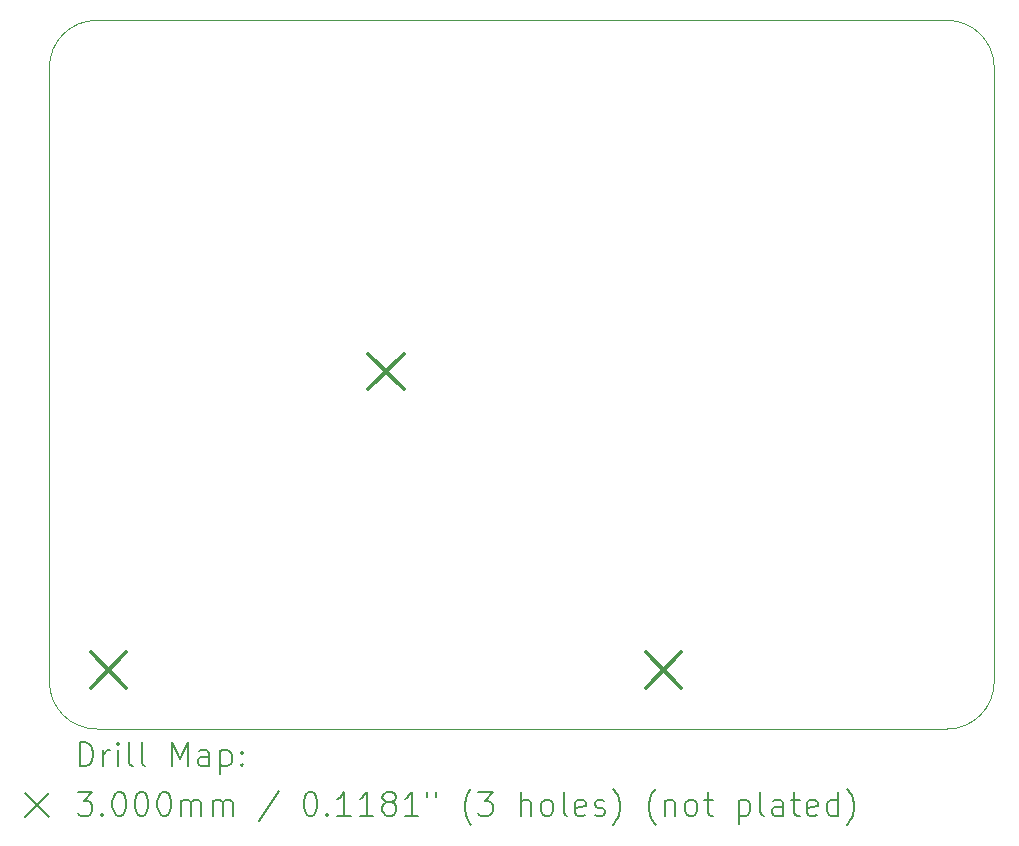
<source format=gbr>
%TF.GenerationSoftware,KiCad,Pcbnew,7.0.11-7.0.11~ubuntu22.04.1*%
%TF.CreationDate,2024-09-13T10:30:39+07:00*%
%TF.ProjectId,scale,7363616c-652e-46b6-9963-61645f706362,rev?*%
%TF.SameCoordinates,Original*%
%TF.FileFunction,Drillmap*%
%TF.FilePolarity,Positive*%
%FSLAX45Y45*%
G04 Gerber Fmt 4.5, Leading zero omitted, Abs format (unit mm)*
G04 Created by KiCad (PCBNEW 7.0.11-7.0.11~ubuntu22.04.1) date 2024-09-13 10:30:39*
%MOMM*%
%LPD*%
G01*
G04 APERTURE LIST*
%ADD10C,0.050000*%
%ADD11C,0.200000*%
%ADD12C,0.300000*%
G04 APERTURE END LIST*
D10*
X0Y-5600000D02*
X0Y-400000D01*
X0Y-5600000D02*
G75*
G03*
X400000Y-6000000I400000J0D01*
G01*
X7600000Y-6000000D02*
G75*
G03*
X8000000Y-5600000I0J400000D01*
G01*
X400000Y0D02*
X7600000Y0D01*
X8000000Y-400000D02*
X8000000Y-5600000D01*
X8000000Y-400000D02*
G75*
G03*
X7600000Y0I-400000J0D01*
G01*
X7600000Y-6000000D02*
X400000Y-6000000D01*
X400000Y0D02*
G75*
G03*
X0Y-400000I0J-400000D01*
G01*
D11*
D12*
X350000Y-5350000D02*
X650000Y-5650000D01*
X650000Y-5350000D02*
X350000Y-5650000D01*
X2700000Y-2823500D02*
X3000000Y-3123500D01*
X3000000Y-2823500D02*
X2700000Y-3123500D01*
X5050000Y-5350000D02*
X5350000Y-5650000D01*
X5350000Y-5350000D02*
X5050000Y-5650000D01*
D11*
X258277Y-6313984D02*
X258277Y-6113984D01*
X258277Y-6113984D02*
X305896Y-6113984D01*
X305896Y-6113984D02*
X334467Y-6123508D01*
X334467Y-6123508D02*
X353515Y-6142555D01*
X353515Y-6142555D02*
X363039Y-6161603D01*
X363039Y-6161603D02*
X372562Y-6199698D01*
X372562Y-6199698D02*
X372562Y-6228269D01*
X372562Y-6228269D02*
X363039Y-6266365D01*
X363039Y-6266365D02*
X353515Y-6285412D01*
X353515Y-6285412D02*
X334467Y-6304460D01*
X334467Y-6304460D02*
X305896Y-6313984D01*
X305896Y-6313984D02*
X258277Y-6313984D01*
X458277Y-6313984D02*
X458277Y-6180650D01*
X458277Y-6218746D02*
X467801Y-6199698D01*
X467801Y-6199698D02*
X477324Y-6190174D01*
X477324Y-6190174D02*
X496372Y-6180650D01*
X496372Y-6180650D02*
X515420Y-6180650D01*
X582086Y-6313984D02*
X582086Y-6180650D01*
X582086Y-6113984D02*
X572563Y-6123508D01*
X572563Y-6123508D02*
X582086Y-6133031D01*
X582086Y-6133031D02*
X591610Y-6123508D01*
X591610Y-6123508D02*
X582086Y-6113984D01*
X582086Y-6113984D02*
X582086Y-6133031D01*
X705896Y-6313984D02*
X686848Y-6304460D01*
X686848Y-6304460D02*
X677324Y-6285412D01*
X677324Y-6285412D02*
X677324Y-6113984D01*
X810658Y-6313984D02*
X791610Y-6304460D01*
X791610Y-6304460D02*
X782086Y-6285412D01*
X782086Y-6285412D02*
X782086Y-6113984D01*
X1039229Y-6313984D02*
X1039229Y-6113984D01*
X1039229Y-6113984D02*
X1105896Y-6256841D01*
X1105896Y-6256841D02*
X1172563Y-6113984D01*
X1172563Y-6113984D02*
X1172563Y-6313984D01*
X1353515Y-6313984D02*
X1353515Y-6209222D01*
X1353515Y-6209222D02*
X1343991Y-6190174D01*
X1343991Y-6190174D02*
X1324944Y-6180650D01*
X1324944Y-6180650D02*
X1286848Y-6180650D01*
X1286848Y-6180650D02*
X1267801Y-6190174D01*
X1353515Y-6304460D02*
X1334467Y-6313984D01*
X1334467Y-6313984D02*
X1286848Y-6313984D01*
X1286848Y-6313984D02*
X1267801Y-6304460D01*
X1267801Y-6304460D02*
X1258277Y-6285412D01*
X1258277Y-6285412D02*
X1258277Y-6266365D01*
X1258277Y-6266365D02*
X1267801Y-6247317D01*
X1267801Y-6247317D02*
X1286848Y-6237793D01*
X1286848Y-6237793D02*
X1334467Y-6237793D01*
X1334467Y-6237793D02*
X1353515Y-6228269D01*
X1448753Y-6180650D02*
X1448753Y-6380650D01*
X1448753Y-6190174D02*
X1467801Y-6180650D01*
X1467801Y-6180650D02*
X1505896Y-6180650D01*
X1505896Y-6180650D02*
X1524943Y-6190174D01*
X1524943Y-6190174D02*
X1534467Y-6199698D01*
X1534467Y-6199698D02*
X1543991Y-6218746D01*
X1543991Y-6218746D02*
X1543991Y-6275888D01*
X1543991Y-6275888D02*
X1534467Y-6294936D01*
X1534467Y-6294936D02*
X1524943Y-6304460D01*
X1524943Y-6304460D02*
X1505896Y-6313984D01*
X1505896Y-6313984D02*
X1467801Y-6313984D01*
X1467801Y-6313984D02*
X1448753Y-6304460D01*
X1629705Y-6294936D02*
X1639229Y-6304460D01*
X1639229Y-6304460D02*
X1629705Y-6313984D01*
X1629705Y-6313984D02*
X1620182Y-6304460D01*
X1620182Y-6304460D02*
X1629705Y-6294936D01*
X1629705Y-6294936D02*
X1629705Y-6313984D01*
X1629705Y-6190174D02*
X1639229Y-6199698D01*
X1639229Y-6199698D02*
X1629705Y-6209222D01*
X1629705Y-6209222D02*
X1620182Y-6199698D01*
X1620182Y-6199698D02*
X1629705Y-6190174D01*
X1629705Y-6190174D02*
X1629705Y-6209222D01*
X-202500Y-6542500D02*
X-2500Y-6742500D01*
X-2500Y-6542500D02*
X-202500Y-6742500D01*
X239229Y-6533984D02*
X363039Y-6533984D01*
X363039Y-6533984D02*
X296372Y-6610174D01*
X296372Y-6610174D02*
X324944Y-6610174D01*
X324944Y-6610174D02*
X343991Y-6619698D01*
X343991Y-6619698D02*
X353515Y-6629222D01*
X353515Y-6629222D02*
X363039Y-6648269D01*
X363039Y-6648269D02*
X363039Y-6695888D01*
X363039Y-6695888D02*
X353515Y-6714936D01*
X353515Y-6714936D02*
X343991Y-6724460D01*
X343991Y-6724460D02*
X324944Y-6733984D01*
X324944Y-6733984D02*
X267801Y-6733984D01*
X267801Y-6733984D02*
X248753Y-6724460D01*
X248753Y-6724460D02*
X239229Y-6714936D01*
X448753Y-6714936D02*
X458277Y-6724460D01*
X458277Y-6724460D02*
X448753Y-6733984D01*
X448753Y-6733984D02*
X439229Y-6724460D01*
X439229Y-6724460D02*
X448753Y-6714936D01*
X448753Y-6714936D02*
X448753Y-6733984D01*
X582086Y-6533984D02*
X601134Y-6533984D01*
X601134Y-6533984D02*
X620182Y-6543508D01*
X620182Y-6543508D02*
X629705Y-6553031D01*
X629705Y-6553031D02*
X639229Y-6572079D01*
X639229Y-6572079D02*
X648753Y-6610174D01*
X648753Y-6610174D02*
X648753Y-6657793D01*
X648753Y-6657793D02*
X639229Y-6695888D01*
X639229Y-6695888D02*
X629705Y-6714936D01*
X629705Y-6714936D02*
X620182Y-6724460D01*
X620182Y-6724460D02*
X601134Y-6733984D01*
X601134Y-6733984D02*
X582086Y-6733984D01*
X582086Y-6733984D02*
X563039Y-6724460D01*
X563039Y-6724460D02*
X553515Y-6714936D01*
X553515Y-6714936D02*
X543991Y-6695888D01*
X543991Y-6695888D02*
X534467Y-6657793D01*
X534467Y-6657793D02*
X534467Y-6610174D01*
X534467Y-6610174D02*
X543991Y-6572079D01*
X543991Y-6572079D02*
X553515Y-6553031D01*
X553515Y-6553031D02*
X563039Y-6543508D01*
X563039Y-6543508D02*
X582086Y-6533984D01*
X772562Y-6533984D02*
X791610Y-6533984D01*
X791610Y-6533984D02*
X810658Y-6543508D01*
X810658Y-6543508D02*
X820182Y-6553031D01*
X820182Y-6553031D02*
X829705Y-6572079D01*
X829705Y-6572079D02*
X839229Y-6610174D01*
X839229Y-6610174D02*
X839229Y-6657793D01*
X839229Y-6657793D02*
X829705Y-6695888D01*
X829705Y-6695888D02*
X820182Y-6714936D01*
X820182Y-6714936D02*
X810658Y-6724460D01*
X810658Y-6724460D02*
X791610Y-6733984D01*
X791610Y-6733984D02*
X772562Y-6733984D01*
X772562Y-6733984D02*
X753515Y-6724460D01*
X753515Y-6724460D02*
X743991Y-6714936D01*
X743991Y-6714936D02*
X734467Y-6695888D01*
X734467Y-6695888D02*
X724943Y-6657793D01*
X724943Y-6657793D02*
X724943Y-6610174D01*
X724943Y-6610174D02*
X734467Y-6572079D01*
X734467Y-6572079D02*
X743991Y-6553031D01*
X743991Y-6553031D02*
X753515Y-6543508D01*
X753515Y-6543508D02*
X772562Y-6533984D01*
X963039Y-6533984D02*
X982086Y-6533984D01*
X982086Y-6533984D02*
X1001134Y-6543508D01*
X1001134Y-6543508D02*
X1010658Y-6553031D01*
X1010658Y-6553031D02*
X1020182Y-6572079D01*
X1020182Y-6572079D02*
X1029705Y-6610174D01*
X1029705Y-6610174D02*
X1029705Y-6657793D01*
X1029705Y-6657793D02*
X1020182Y-6695888D01*
X1020182Y-6695888D02*
X1010658Y-6714936D01*
X1010658Y-6714936D02*
X1001134Y-6724460D01*
X1001134Y-6724460D02*
X982086Y-6733984D01*
X982086Y-6733984D02*
X963039Y-6733984D01*
X963039Y-6733984D02*
X943991Y-6724460D01*
X943991Y-6724460D02*
X934467Y-6714936D01*
X934467Y-6714936D02*
X924943Y-6695888D01*
X924943Y-6695888D02*
X915420Y-6657793D01*
X915420Y-6657793D02*
X915420Y-6610174D01*
X915420Y-6610174D02*
X924943Y-6572079D01*
X924943Y-6572079D02*
X934467Y-6553031D01*
X934467Y-6553031D02*
X943991Y-6543508D01*
X943991Y-6543508D02*
X963039Y-6533984D01*
X1115420Y-6733984D02*
X1115420Y-6600650D01*
X1115420Y-6619698D02*
X1124944Y-6610174D01*
X1124944Y-6610174D02*
X1143991Y-6600650D01*
X1143991Y-6600650D02*
X1172563Y-6600650D01*
X1172563Y-6600650D02*
X1191610Y-6610174D01*
X1191610Y-6610174D02*
X1201134Y-6629222D01*
X1201134Y-6629222D02*
X1201134Y-6733984D01*
X1201134Y-6629222D02*
X1210658Y-6610174D01*
X1210658Y-6610174D02*
X1229705Y-6600650D01*
X1229705Y-6600650D02*
X1258277Y-6600650D01*
X1258277Y-6600650D02*
X1277325Y-6610174D01*
X1277325Y-6610174D02*
X1286848Y-6629222D01*
X1286848Y-6629222D02*
X1286848Y-6733984D01*
X1382086Y-6733984D02*
X1382086Y-6600650D01*
X1382086Y-6619698D02*
X1391610Y-6610174D01*
X1391610Y-6610174D02*
X1410658Y-6600650D01*
X1410658Y-6600650D02*
X1439229Y-6600650D01*
X1439229Y-6600650D02*
X1458277Y-6610174D01*
X1458277Y-6610174D02*
X1467801Y-6629222D01*
X1467801Y-6629222D02*
X1467801Y-6733984D01*
X1467801Y-6629222D02*
X1477324Y-6610174D01*
X1477324Y-6610174D02*
X1496372Y-6600650D01*
X1496372Y-6600650D02*
X1524943Y-6600650D01*
X1524943Y-6600650D02*
X1543991Y-6610174D01*
X1543991Y-6610174D02*
X1553515Y-6629222D01*
X1553515Y-6629222D02*
X1553515Y-6733984D01*
X1943991Y-6524460D02*
X1772563Y-6781603D01*
X2201134Y-6533984D02*
X2220182Y-6533984D01*
X2220182Y-6533984D02*
X2239229Y-6543508D01*
X2239229Y-6543508D02*
X2248753Y-6553031D01*
X2248753Y-6553031D02*
X2258277Y-6572079D01*
X2258277Y-6572079D02*
X2267801Y-6610174D01*
X2267801Y-6610174D02*
X2267801Y-6657793D01*
X2267801Y-6657793D02*
X2258277Y-6695888D01*
X2258277Y-6695888D02*
X2248753Y-6714936D01*
X2248753Y-6714936D02*
X2239229Y-6724460D01*
X2239229Y-6724460D02*
X2220182Y-6733984D01*
X2220182Y-6733984D02*
X2201134Y-6733984D01*
X2201134Y-6733984D02*
X2182087Y-6724460D01*
X2182087Y-6724460D02*
X2172563Y-6714936D01*
X2172563Y-6714936D02*
X2163039Y-6695888D01*
X2163039Y-6695888D02*
X2153515Y-6657793D01*
X2153515Y-6657793D02*
X2153515Y-6610174D01*
X2153515Y-6610174D02*
X2163039Y-6572079D01*
X2163039Y-6572079D02*
X2172563Y-6553031D01*
X2172563Y-6553031D02*
X2182087Y-6543508D01*
X2182087Y-6543508D02*
X2201134Y-6533984D01*
X2353515Y-6714936D02*
X2363039Y-6724460D01*
X2363039Y-6724460D02*
X2353515Y-6733984D01*
X2353515Y-6733984D02*
X2343991Y-6724460D01*
X2343991Y-6724460D02*
X2353515Y-6714936D01*
X2353515Y-6714936D02*
X2353515Y-6733984D01*
X2553515Y-6733984D02*
X2439229Y-6733984D01*
X2496372Y-6733984D02*
X2496372Y-6533984D01*
X2496372Y-6533984D02*
X2477325Y-6562555D01*
X2477325Y-6562555D02*
X2458277Y-6581603D01*
X2458277Y-6581603D02*
X2439229Y-6591127D01*
X2743991Y-6733984D02*
X2629706Y-6733984D01*
X2686848Y-6733984D02*
X2686848Y-6533984D01*
X2686848Y-6533984D02*
X2667801Y-6562555D01*
X2667801Y-6562555D02*
X2648753Y-6581603D01*
X2648753Y-6581603D02*
X2629706Y-6591127D01*
X2858277Y-6619698D02*
X2839229Y-6610174D01*
X2839229Y-6610174D02*
X2829706Y-6600650D01*
X2829706Y-6600650D02*
X2820182Y-6581603D01*
X2820182Y-6581603D02*
X2820182Y-6572079D01*
X2820182Y-6572079D02*
X2829706Y-6553031D01*
X2829706Y-6553031D02*
X2839229Y-6543508D01*
X2839229Y-6543508D02*
X2858277Y-6533984D01*
X2858277Y-6533984D02*
X2896372Y-6533984D01*
X2896372Y-6533984D02*
X2915420Y-6543508D01*
X2915420Y-6543508D02*
X2924944Y-6553031D01*
X2924944Y-6553031D02*
X2934467Y-6572079D01*
X2934467Y-6572079D02*
X2934467Y-6581603D01*
X2934467Y-6581603D02*
X2924944Y-6600650D01*
X2924944Y-6600650D02*
X2915420Y-6610174D01*
X2915420Y-6610174D02*
X2896372Y-6619698D01*
X2896372Y-6619698D02*
X2858277Y-6619698D01*
X2858277Y-6619698D02*
X2839229Y-6629222D01*
X2839229Y-6629222D02*
X2829706Y-6638746D01*
X2829706Y-6638746D02*
X2820182Y-6657793D01*
X2820182Y-6657793D02*
X2820182Y-6695888D01*
X2820182Y-6695888D02*
X2829706Y-6714936D01*
X2829706Y-6714936D02*
X2839229Y-6724460D01*
X2839229Y-6724460D02*
X2858277Y-6733984D01*
X2858277Y-6733984D02*
X2896372Y-6733984D01*
X2896372Y-6733984D02*
X2915420Y-6724460D01*
X2915420Y-6724460D02*
X2924944Y-6714936D01*
X2924944Y-6714936D02*
X2934467Y-6695888D01*
X2934467Y-6695888D02*
X2934467Y-6657793D01*
X2934467Y-6657793D02*
X2924944Y-6638746D01*
X2924944Y-6638746D02*
X2915420Y-6629222D01*
X2915420Y-6629222D02*
X2896372Y-6619698D01*
X3124944Y-6733984D02*
X3010658Y-6733984D01*
X3067801Y-6733984D02*
X3067801Y-6533984D01*
X3067801Y-6533984D02*
X3048753Y-6562555D01*
X3048753Y-6562555D02*
X3029706Y-6581603D01*
X3029706Y-6581603D02*
X3010658Y-6591127D01*
X3201134Y-6533984D02*
X3201134Y-6572079D01*
X3277325Y-6533984D02*
X3277325Y-6572079D01*
X3572563Y-6810174D02*
X3563039Y-6800650D01*
X3563039Y-6800650D02*
X3543991Y-6772079D01*
X3543991Y-6772079D02*
X3534468Y-6753031D01*
X3534468Y-6753031D02*
X3524944Y-6724460D01*
X3524944Y-6724460D02*
X3515420Y-6676841D01*
X3515420Y-6676841D02*
X3515420Y-6638746D01*
X3515420Y-6638746D02*
X3524944Y-6591127D01*
X3524944Y-6591127D02*
X3534468Y-6562555D01*
X3534468Y-6562555D02*
X3543991Y-6543508D01*
X3543991Y-6543508D02*
X3563039Y-6514936D01*
X3563039Y-6514936D02*
X3572563Y-6505412D01*
X3629706Y-6533984D02*
X3753515Y-6533984D01*
X3753515Y-6533984D02*
X3686848Y-6610174D01*
X3686848Y-6610174D02*
X3715420Y-6610174D01*
X3715420Y-6610174D02*
X3734468Y-6619698D01*
X3734468Y-6619698D02*
X3743991Y-6629222D01*
X3743991Y-6629222D02*
X3753515Y-6648269D01*
X3753515Y-6648269D02*
X3753515Y-6695888D01*
X3753515Y-6695888D02*
X3743991Y-6714936D01*
X3743991Y-6714936D02*
X3734468Y-6724460D01*
X3734468Y-6724460D02*
X3715420Y-6733984D01*
X3715420Y-6733984D02*
X3658277Y-6733984D01*
X3658277Y-6733984D02*
X3639229Y-6724460D01*
X3639229Y-6724460D02*
X3629706Y-6714936D01*
X3991610Y-6733984D02*
X3991610Y-6533984D01*
X4077325Y-6733984D02*
X4077325Y-6629222D01*
X4077325Y-6629222D02*
X4067801Y-6610174D01*
X4067801Y-6610174D02*
X4048753Y-6600650D01*
X4048753Y-6600650D02*
X4020182Y-6600650D01*
X4020182Y-6600650D02*
X4001134Y-6610174D01*
X4001134Y-6610174D02*
X3991610Y-6619698D01*
X4201134Y-6733984D02*
X4182087Y-6724460D01*
X4182087Y-6724460D02*
X4172563Y-6714936D01*
X4172563Y-6714936D02*
X4163039Y-6695888D01*
X4163039Y-6695888D02*
X4163039Y-6638746D01*
X4163039Y-6638746D02*
X4172563Y-6619698D01*
X4172563Y-6619698D02*
X4182087Y-6610174D01*
X4182087Y-6610174D02*
X4201134Y-6600650D01*
X4201134Y-6600650D02*
X4229706Y-6600650D01*
X4229706Y-6600650D02*
X4248753Y-6610174D01*
X4248753Y-6610174D02*
X4258277Y-6619698D01*
X4258277Y-6619698D02*
X4267801Y-6638746D01*
X4267801Y-6638746D02*
X4267801Y-6695888D01*
X4267801Y-6695888D02*
X4258277Y-6714936D01*
X4258277Y-6714936D02*
X4248753Y-6724460D01*
X4248753Y-6724460D02*
X4229706Y-6733984D01*
X4229706Y-6733984D02*
X4201134Y-6733984D01*
X4382087Y-6733984D02*
X4363039Y-6724460D01*
X4363039Y-6724460D02*
X4353515Y-6705412D01*
X4353515Y-6705412D02*
X4353515Y-6533984D01*
X4534468Y-6724460D02*
X4515420Y-6733984D01*
X4515420Y-6733984D02*
X4477325Y-6733984D01*
X4477325Y-6733984D02*
X4458277Y-6724460D01*
X4458277Y-6724460D02*
X4448753Y-6705412D01*
X4448753Y-6705412D02*
X4448753Y-6629222D01*
X4448753Y-6629222D02*
X4458277Y-6610174D01*
X4458277Y-6610174D02*
X4477325Y-6600650D01*
X4477325Y-6600650D02*
X4515420Y-6600650D01*
X4515420Y-6600650D02*
X4534468Y-6610174D01*
X4534468Y-6610174D02*
X4543992Y-6629222D01*
X4543992Y-6629222D02*
X4543992Y-6648269D01*
X4543992Y-6648269D02*
X4448753Y-6667317D01*
X4620182Y-6724460D02*
X4639230Y-6733984D01*
X4639230Y-6733984D02*
X4677325Y-6733984D01*
X4677325Y-6733984D02*
X4696373Y-6724460D01*
X4696373Y-6724460D02*
X4705896Y-6705412D01*
X4705896Y-6705412D02*
X4705896Y-6695888D01*
X4705896Y-6695888D02*
X4696373Y-6676841D01*
X4696373Y-6676841D02*
X4677325Y-6667317D01*
X4677325Y-6667317D02*
X4648753Y-6667317D01*
X4648753Y-6667317D02*
X4629706Y-6657793D01*
X4629706Y-6657793D02*
X4620182Y-6638746D01*
X4620182Y-6638746D02*
X4620182Y-6629222D01*
X4620182Y-6629222D02*
X4629706Y-6610174D01*
X4629706Y-6610174D02*
X4648753Y-6600650D01*
X4648753Y-6600650D02*
X4677325Y-6600650D01*
X4677325Y-6600650D02*
X4696373Y-6610174D01*
X4772563Y-6810174D02*
X4782087Y-6800650D01*
X4782087Y-6800650D02*
X4801134Y-6772079D01*
X4801134Y-6772079D02*
X4810658Y-6753031D01*
X4810658Y-6753031D02*
X4820182Y-6724460D01*
X4820182Y-6724460D02*
X4829706Y-6676841D01*
X4829706Y-6676841D02*
X4829706Y-6638746D01*
X4829706Y-6638746D02*
X4820182Y-6591127D01*
X4820182Y-6591127D02*
X4810658Y-6562555D01*
X4810658Y-6562555D02*
X4801134Y-6543508D01*
X4801134Y-6543508D02*
X4782087Y-6514936D01*
X4782087Y-6514936D02*
X4772563Y-6505412D01*
X5134468Y-6810174D02*
X5124944Y-6800650D01*
X5124944Y-6800650D02*
X5105896Y-6772079D01*
X5105896Y-6772079D02*
X5096373Y-6753031D01*
X5096373Y-6753031D02*
X5086849Y-6724460D01*
X5086849Y-6724460D02*
X5077325Y-6676841D01*
X5077325Y-6676841D02*
X5077325Y-6638746D01*
X5077325Y-6638746D02*
X5086849Y-6591127D01*
X5086849Y-6591127D02*
X5096373Y-6562555D01*
X5096373Y-6562555D02*
X5105896Y-6543508D01*
X5105896Y-6543508D02*
X5124944Y-6514936D01*
X5124944Y-6514936D02*
X5134468Y-6505412D01*
X5210658Y-6600650D02*
X5210658Y-6733984D01*
X5210658Y-6619698D02*
X5220182Y-6610174D01*
X5220182Y-6610174D02*
X5239230Y-6600650D01*
X5239230Y-6600650D02*
X5267801Y-6600650D01*
X5267801Y-6600650D02*
X5286849Y-6610174D01*
X5286849Y-6610174D02*
X5296373Y-6629222D01*
X5296373Y-6629222D02*
X5296373Y-6733984D01*
X5420182Y-6733984D02*
X5401134Y-6724460D01*
X5401134Y-6724460D02*
X5391611Y-6714936D01*
X5391611Y-6714936D02*
X5382087Y-6695888D01*
X5382087Y-6695888D02*
X5382087Y-6638746D01*
X5382087Y-6638746D02*
X5391611Y-6619698D01*
X5391611Y-6619698D02*
X5401134Y-6610174D01*
X5401134Y-6610174D02*
X5420182Y-6600650D01*
X5420182Y-6600650D02*
X5448754Y-6600650D01*
X5448754Y-6600650D02*
X5467801Y-6610174D01*
X5467801Y-6610174D02*
X5477325Y-6619698D01*
X5477325Y-6619698D02*
X5486849Y-6638746D01*
X5486849Y-6638746D02*
X5486849Y-6695888D01*
X5486849Y-6695888D02*
X5477325Y-6714936D01*
X5477325Y-6714936D02*
X5467801Y-6724460D01*
X5467801Y-6724460D02*
X5448754Y-6733984D01*
X5448754Y-6733984D02*
X5420182Y-6733984D01*
X5543992Y-6600650D02*
X5620182Y-6600650D01*
X5572563Y-6533984D02*
X5572563Y-6705412D01*
X5572563Y-6705412D02*
X5582087Y-6724460D01*
X5582087Y-6724460D02*
X5601134Y-6733984D01*
X5601134Y-6733984D02*
X5620182Y-6733984D01*
X5839230Y-6600650D02*
X5839230Y-6800650D01*
X5839230Y-6610174D02*
X5858277Y-6600650D01*
X5858277Y-6600650D02*
X5896373Y-6600650D01*
X5896373Y-6600650D02*
X5915420Y-6610174D01*
X5915420Y-6610174D02*
X5924944Y-6619698D01*
X5924944Y-6619698D02*
X5934468Y-6638746D01*
X5934468Y-6638746D02*
X5934468Y-6695888D01*
X5934468Y-6695888D02*
X5924944Y-6714936D01*
X5924944Y-6714936D02*
X5915420Y-6724460D01*
X5915420Y-6724460D02*
X5896373Y-6733984D01*
X5896373Y-6733984D02*
X5858277Y-6733984D01*
X5858277Y-6733984D02*
X5839230Y-6724460D01*
X6048753Y-6733984D02*
X6029706Y-6724460D01*
X6029706Y-6724460D02*
X6020182Y-6705412D01*
X6020182Y-6705412D02*
X6020182Y-6533984D01*
X6210658Y-6733984D02*
X6210658Y-6629222D01*
X6210658Y-6629222D02*
X6201134Y-6610174D01*
X6201134Y-6610174D02*
X6182087Y-6600650D01*
X6182087Y-6600650D02*
X6143992Y-6600650D01*
X6143992Y-6600650D02*
X6124944Y-6610174D01*
X6210658Y-6724460D02*
X6191611Y-6733984D01*
X6191611Y-6733984D02*
X6143992Y-6733984D01*
X6143992Y-6733984D02*
X6124944Y-6724460D01*
X6124944Y-6724460D02*
X6115420Y-6705412D01*
X6115420Y-6705412D02*
X6115420Y-6686365D01*
X6115420Y-6686365D02*
X6124944Y-6667317D01*
X6124944Y-6667317D02*
X6143992Y-6657793D01*
X6143992Y-6657793D02*
X6191611Y-6657793D01*
X6191611Y-6657793D02*
X6210658Y-6648269D01*
X6277325Y-6600650D02*
X6353515Y-6600650D01*
X6305896Y-6533984D02*
X6305896Y-6705412D01*
X6305896Y-6705412D02*
X6315420Y-6724460D01*
X6315420Y-6724460D02*
X6334468Y-6733984D01*
X6334468Y-6733984D02*
X6353515Y-6733984D01*
X6496373Y-6724460D02*
X6477325Y-6733984D01*
X6477325Y-6733984D02*
X6439230Y-6733984D01*
X6439230Y-6733984D02*
X6420182Y-6724460D01*
X6420182Y-6724460D02*
X6410658Y-6705412D01*
X6410658Y-6705412D02*
X6410658Y-6629222D01*
X6410658Y-6629222D02*
X6420182Y-6610174D01*
X6420182Y-6610174D02*
X6439230Y-6600650D01*
X6439230Y-6600650D02*
X6477325Y-6600650D01*
X6477325Y-6600650D02*
X6496373Y-6610174D01*
X6496373Y-6610174D02*
X6505896Y-6629222D01*
X6505896Y-6629222D02*
X6505896Y-6648269D01*
X6505896Y-6648269D02*
X6410658Y-6667317D01*
X6677325Y-6733984D02*
X6677325Y-6533984D01*
X6677325Y-6724460D02*
X6658277Y-6733984D01*
X6658277Y-6733984D02*
X6620182Y-6733984D01*
X6620182Y-6733984D02*
X6601134Y-6724460D01*
X6601134Y-6724460D02*
X6591611Y-6714936D01*
X6591611Y-6714936D02*
X6582087Y-6695888D01*
X6582087Y-6695888D02*
X6582087Y-6638746D01*
X6582087Y-6638746D02*
X6591611Y-6619698D01*
X6591611Y-6619698D02*
X6601134Y-6610174D01*
X6601134Y-6610174D02*
X6620182Y-6600650D01*
X6620182Y-6600650D02*
X6658277Y-6600650D01*
X6658277Y-6600650D02*
X6677325Y-6610174D01*
X6753515Y-6810174D02*
X6763039Y-6800650D01*
X6763039Y-6800650D02*
X6782087Y-6772079D01*
X6782087Y-6772079D02*
X6791611Y-6753031D01*
X6791611Y-6753031D02*
X6801134Y-6724460D01*
X6801134Y-6724460D02*
X6810658Y-6676841D01*
X6810658Y-6676841D02*
X6810658Y-6638746D01*
X6810658Y-6638746D02*
X6801134Y-6591127D01*
X6801134Y-6591127D02*
X6791611Y-6562555D01*
X6791611Y-6562555D02*
X6782087Y-6543508D01*
X6782087Y-6543508D02*
X6763039Y-6514936D01*
X6763039Y-6514936D02*
X6753515Y-6505412D01*
M02*

</source>
